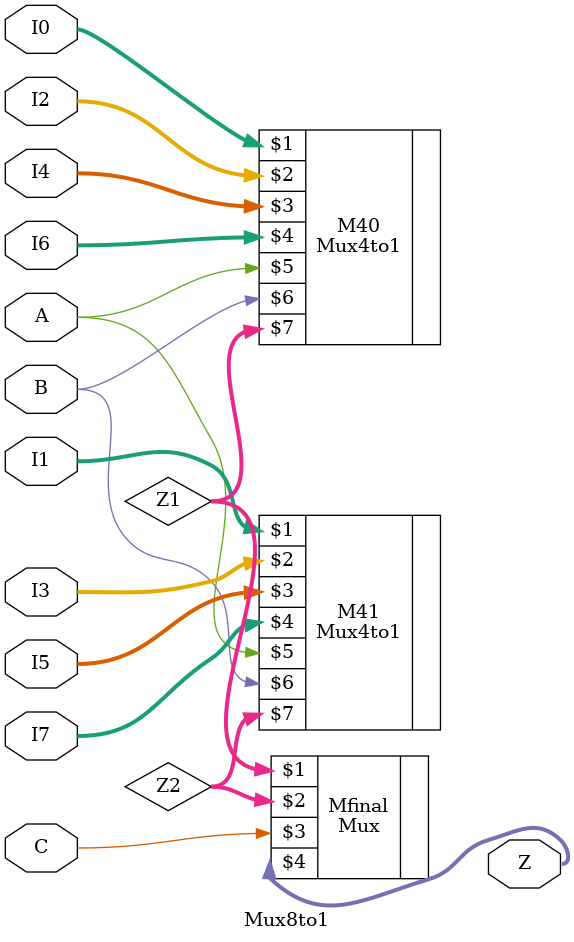
<source format=v>
`timescale 1ns/1ns

module Mux8to1 (I0, I1, I2, I3, I4, I5, I6, I7, A, B, C, Z);
input [3:0] I0, I1, I2, I3, I4, I5, I6, I7;
input A, B, C;
output [3:0] Z;

wire [3:0] Z1, Z2;

Mux4to1 M40 (I0, I2, I4, I6, A, B, Z1);
Mux4to1 M41 (I1, I3, I5, I7, A, B, Z2);
Mux Mfinal (Z1, Z2, C, Z);

endmodule

</source>
